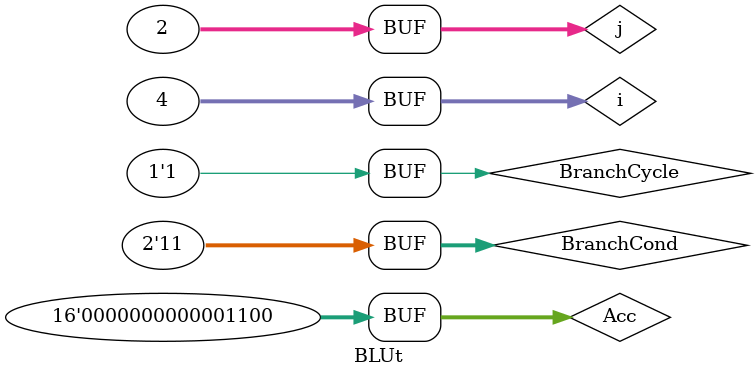
<source format=v>
`timescale 1ns / 1ps


module BLUt;

	// Inputs
	reg [15:0] Acc;
	reg BranchCycle;
	reg [1:0] BranchCond;
	integer i;
	integer j;

	// Outputs
	wire DoBranch;

	// Instantiate the Unit Under Test (UUT)
	BLU uut (
		.Acc(Acc), 
		.BranchCycle(BranchCycle), 
		.BranchCond(BranchCond), 
		.DoBranch(DoBranch)
	);

	initial begin
		// Initialize Inputs
		Acc = 0;
		BranchCycle = 0;
		BranchCond = 0;

		// Wait 100 ns for global reset to finish
		#100;
        
		// Add stimulus here
		Acc <= -3;
		for(j = 0; j < 2; j = j + 1) begin
			for(i = 0; i < 4; i = i + 1) begin
				BranchCycle <= j;
				BranchCond <= i;
				#10;
				if(BranchCycle == 1) begin
					case(BranchCond)
						2'b00 : 	if (DoBranch == 1) begin
										$display("pass");
									end else begin
										$display("fail");
									end
						2'b01 : 	if (DoBranch == 0) begin
										$display("pass");
									end else begin
										$display("fail");
									end
						2'b10 : 	if (DoBranch == 1) begin
										$display("pass");
									end else begin
										$display("fail");
									end
						2'b11 : 	if (DoBranch == 0) begin
										$display("pass");
									end else begin
										$display("fail");
									end
					endcase
				end
			end
		end
		
		#10;
		
		Acc <= 0;
		for(j = 0; j < 2; j = j + 1) begin
			for(i = 0; i < 4; i = i + 1) begin
				BranchCycle <= j;
				BranchCond <= i;
				#10;
				if(BranchCycle == 1) begin
					case(BranchCond)
						2'b00 : 	if (DoBranch == 0) begin
										$display("pass");
									end else begin
										$display("fail");
									end
						2'b01 : 	if (DoBranch == 1) begin
										$display("pass");
									end else begin
										$display("fail");
									end
						2'b10 : 	if (DoBranch == 0) begin
										$display("pass");
									end else begin
										$display("fail");
									end
						2'b11 : 	if (DoBranch == 0) begin
										$display("pass");
									end else begin
										$display("fail");
									end
					endcase
				end
			end
		end
		
		#10;
		
		Acc <= 12;
		for(j = 0; j < 2; j = j + 1) begin
			for(i = 0; i < 4; i = i + 1) begin
				BranchCycle <= j;
				BranchCond <= i;
				#10;
				if(BranchCycle == 1) begin
					case(BranchCond)
						2'b00 : 	if (DoBranch == 0) begin
										$display("pass");
									end else begin
										$display("fail");
									end
						2'b01 : 	if (DoBranch == 0) begin
										$display("pass");
									end else begin
										$display("fail");
									end
						2'b10 : 	if (DoBranch == 1) begin
										$display("pass");
									end else begin
										$display("fail");
									end
						2'b11 : 	if (DoBranch == 1) begin
										$display("pass");
									end else begin
										$display("fail");
									end
					endcase
				end
			end
		end

	end
      
endmodule


</source>
